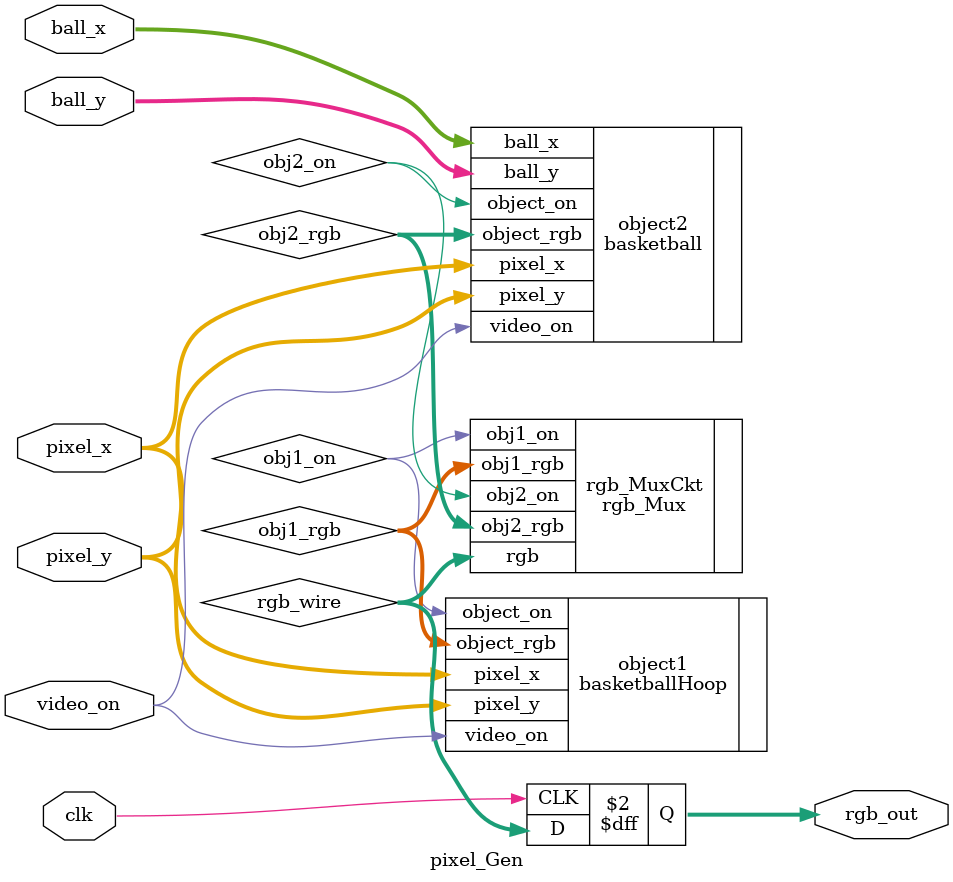
<source format=v>
`timescale 1ns / 1ps


module pixel_Gen(
    input wire clk,           // AddED clock input
    input wire [9:0] pixel_x, pixel_y,
    input wire video_on,
    input wire [9:0] ball_x, ball_y,
    output reg [11:0] rgb_out // Change to reg output
    );
    
    //Delcare wires
    
    //Declare objects
    wire [11:0] obj1_rgb;
    wire obj1_on;
    basketballHoop object1 (.video_on(video_on), .pixel_x(pixel_x), .pixel_y(pixel_y), 
                                     .object_rgb(obj1_rgb), .object_on(obj1_on));
    
    wire [11:0] obj2_rgb;
    wire obj2_on;
    basketball object2 (.video_on(video_on), .pixel_x(pixel_x), .pixel_y(pixel_y), 
                        .ball_x(ball_x), .ball_y(ball_y),
                        .object_rgb(obj2_rgb), .object_on(obj2_on));


    wire [11:0] rgb_wire;
    rgb_Mux rgb_MuxCkt (.obj1_rgb(obj1_rgb), .obj1_on(obj1_on), .obj2_rgb(obj2_rgb), .obj2_on(obj2_on), .rgb(rgb_wire));
    
    // Registered output
    always @(posedge clk) 
    begin
        rgb_out <= rgb_wire;
    end
    
endmodule













</source>
